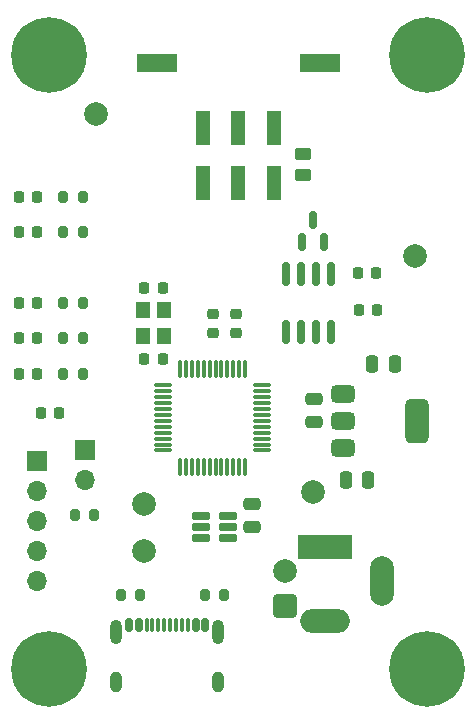
<source format=gbr>
%TF.GenerationSoftware,KiCad,Pcbnew,9.0.0*%
%TF.CreationDate,2025-03-02T18:09:01-08:00*%
%TF.ProjectId,CFS-Bus Adapter R1,4346532d-4275-4732-9041-646170746572,rev?*%
%TF.SameCoordinates,Original*%
%TF.FileFunction,Soldermask,Top*%
%TF.FilePolarity,Negative*%
%FSLAX46Y46*%
G04 Gerber Fmt 4.6, Leading zero omitted, Abs format (unit mm)*
G04 Created by KiCad (PCBNEW 9.0.0) date 2025-03-02 18:09:01*
%MOMM*%
%LPD*%
G01*
G04 APERTURE LIST*
G04 Aperture macros list*
%AMRoundRect*
0 Rectangle with rounded corners*
0 $1 Rounding radius*
0 $2 $3 $4 $5 $6 $7 $8 $9 X,Y pos of 4 corners*
0 Add a 4 corners polygon primitive as box body*
4,1,4,$2,$3,$4,$5,$6,$7,$8,$9,$2,$3,0*
0 Add four circle primitives for the rounded corners*
1,1,$1+$1,$2,$3*
1,1,$1+$1,$4,$5*
1,1,$1+$1,$6,$7*
1,1,$1+$1,$8,$9*
0 Add four rect primitives between the rounded corners*
20,1,$1+$1,$2,$3,$4,$5,0*
20,1,$1+$1,$4,$5,$6,$7,0*
20,1,$1+$1,$6,$7,$8,$9,0*
20,1,$1+$1,$8,$9,$2,$3,0*%
G04 Aperture macros list end*
%ADD10RoundRect,0.375000X-0.625000X-0.375000X0.625000X-0.375000X0.625000X0.375000X-0.625000X0.375000X0*%
%ADD11RoundRect,0.500000X-0.500000X-1.400000X0.500000X-1.400000X0.500000X1.400000X-0.500000X1.400000X0*%
%ADD12RoundRect,0.250000X0.475000X-0.250000X0.475000X0.250000X-0.475000X0.250000X-0.475000X-0.250000X0*%
%ADD13C,0.800000*%
%ADD14C,6.400000*%
%ADD15R,1.270000X2.920000*%
%ADD16R,3.430000X1.650000*%
%ADD17R,1.700000X1.700000*%
%ADD18O,1.700000X1.700000*%
%ADD19R,4.600000X2.000000*%
%ADD20O,4.200000X2.000000*%
%ADD21O,2.000000X4.200000*%
%ADD22RoundRect,0.333334X0.666666X0.666666X-0.666666X0.666666X-0.666666X-0.666666X0.666666X-0.666666X0*%
%ADD23C,2.000000*%
%ADD24RoundRect,0.250000X0.450000X-0.262500X0.450000X0.262500X-0.450000X0.262500X-0.450000X-0.262500X0*%
%ADD25O,1.000000X1.800000*%
%ADD26O,1.000000X2.100000*%
%ADD27RoundRect,0.150000X-0.150000X-0.425000X0.150000X-0.425000X0.150000X0.425000X-0.150000X0.425000X0*%
%ADD28RoundRect,0.075000X-0.075000X-0.500000X0.075000X-0.500000X0.075000X0.500000X-0.075000X0.500000X0*%
%ADD29RoundRect,0.200000X-0.200000X-0.275000X0.200000X-0.275000X0.200000X0.275000X-0.200000X0.275000X0*%
%ADD30RoundRect,0.200000X0.200000X0.275000X-0.200000X0.275000X-0.200000X-0.275000X0.200000X-0.275000X0*%
%ADD31RoundRect,0.150000X0.150000X-0.825000X0.150000X0.825000X-0.150000X0.825000X-0.150000X-0.825000X0*%
%ADD32RoundRect,0.250000X-0.250000X-0.475000X0.250000X-0.475000X0.250000X0.475000X-0.250000X0.475000X0*%
%ADD33RoundRect,0.225000X0.225000X0.250000X-0.225000X0.250000X-0.225000X-0.250000X0.225000X-0.250000X0*%
%ADD34R,1.200000X1.400000*%
%ADD35RoundRect,0.225000X0.250000X-0.225000X0.250000X0.225000X-0.250000X0.225000X-0.250000X-0.225000X0*%
%ADD36RoundRect,0.150000X0.150000X-0.587500X0.150000X0.587500X-0.150000X0.587500X-0.150000X-0.587500X0*%
%ADD37RoundRect,0.225000X-0.225000X-0.250000X0.225000X-0.250000X0.225000X0.250000X-0.225000X0.250000X0*%
%ADD38RoundRect,0.218750X0.218750X0.256250X-0.218750X0.256250X-0.218750X-0.256250X0.218750X-0.256250X0*%
%ADD39RoundRect,0.150000X-0.650000X-0.150000X0.650000X-0.150000X0.650000X0.150000X-0.650000X0.150000X0*%
%ADD40RoundRect,0.075000X-0.662500X0.075000X-0.662500X-0.075000X0.662500X-0.075000X0.662500X0.075000X0*%
%ADD41RoundRect,0.075000X-0.075000X0.662500X-0.075000X-0.662500X0.075000X-0.662500X0.075000X0.662500X0*%
G04 APERTURE END LIST*
D10*
%TO.C,U5*%
X28850000Y27300000D03*
X28850000Y25000000D03*
D11*
X35150000Y25000000D03*
D10*
X28850000Y22700000D03*
%TD*%
D12*
%TO.C,C11*%
X26400000Y24950000D03*
X26400000Y26850000D03*
%TD*%
D13*
%TO.C,H1*%
X1600000Y4000000D03*
X2302944Y5697056D03*
X2302944Y2302944D03*
X4000000Y6400000D03*
D14*
X4000000Y4000000D03*
D13*
X4000000Y1600000D03*
X5697056Y5697056D03*
X5697056Y2302944D03*
X6400000Y4000000D03*
%TD*%
%TO.C,H2*%
X33600000Y4000000D03*
X34302944Y5697056D03*
X34302944Y2302944D03*
X36000000Y6400000D03*
D14*
X36000000Y4000000D03*
D13*
X36000000Y1600000D03*
X37697056Y5697056D03*
X37697056Y2302944D03*
X38400000Y4000000D03*
%TD*%
%TO.C,H3*%
X1600000Y56000000D03*
X2302944Y57697056D03*
X2302944Y54302944D03*
X4000000Y58400000D03*
D14*
X4000000Y56000000D03*
D13*
X4000000Y53600000D03*
X5697056Y57697056D03*
X5697056Y54302944D03*
X6400000Y56000000D03*
%TD*%
%TO.C,H4*%
X33600000Y56000000D03*
X34302944Y57697056D03*
X34302944Y54302944D03*
X36000000Y58400000D03*
D14*
X36000000Y56000000D03*
D13*
X36000000Y53600000D03*
X37697056Y57697056D03*
X37697056Y54302944D03*
X38400000Y56000000D03*
%TD*%
D15*
%TO.C,J1*%
X17015000Y49815000D03*
X20015000Y49815000D03*
X23015000Y49815000D03*
X17015000Y45185000D03*
X20015000Y45185000D03*
X23015000Y45185000D03*
D16*
X13130000Y55285000D03*
X26900000Y55285000D03*
%TD*%
D17*
%TO.C,J2*%
X3000000Y21620000D03*
D18*
X3000000Y19080000D03*
X3000000Y16540000D03*
X3000000Y14000000D03*
X3000000Y11460000D03*
%TD*%
D19*
%TO.C,J3*%
X27350000Y14350000D03*
D20*
X27350000Y8050000D03*
D21*
X32150000Y11450000D03*
%TD*%
D22*
%TO.C,J4*%
X24000000Y9320000D03*
D23*
X24000000Y12320000D03*
%TD*%
D17*
%TO.C,P2*%
X7000000Y22540000D03*
D18*
X7000000Y20000000D03*
%TD*%
D24*
%TO.C,R7*%
X25500000Y45787500D03*
X25500000Y47612500D03*
%TD*%
D23*
%TO.C,TP1*%
X26300000Y19000000D03*
%TD*%
%TO.C,TP2*%
X35000000Y39000000D03*
%TD*%
%TO.C,TP3*%
X8000000Y51000000D03*
%TD*%
%TO.C,TP4*%
X12000000Y14000000D03*
%TD*%
%TO.C,TP5*%
X12000000Y18000000D03*
%TD*%
D25*
%TO.C,X1*%
X18320000Y2925000D03*
D26*
X18320000Y7105000D03*
D25*
X9680000Y2925000D03*
D26*
X9680000Y7105000D03*
D27*
X10800000Y7680000D03*
X11600000Y7680000D03*
D28*
X12250000Y7680000D03*
X13250000Y7680000D03*
X14750000Y7680000D03*
X15750000Y7680000D03*
D27*
X16400000Y7680000D03*
X17200000Y7680000D03*
X17200000Y7680000D03*
X16400000Y7680000D03*
D28*
X15250000Y7680000D03*
X14250000Y7680000D03*
X13750000Y7680000D03*
X12750000Y7680000D03*
D27*
X11600000Y7680000D03*
X10800000Y7680000D03*
%TD*%
D29*
%TO.C,R3*%
X18825000Y10300000D03*
X17175000Y10300000D03*
%TD*%
D30*
%TO.C,R4*%
X10075000Y10300000D03*
X11725000Y10300000D03*
%TD*%
D31*
%TO.C,U3*%
X24095000Y37475000D03*
X25365000Y37475000D03*
X26635000Y37475000D03*
X27905000Y37475000D03*
X27905000Y32525000D03*
X26635000Y32525000D03*
X25365000Y32525000D03*
X24095000Y32525000D03*
%TD*%
D32*
%TO.C,C6*%
X31000000Y20000000D03*
X29100000Y20000000D03*
%TD*%
D29*
%TO.C,R8*%
X6825000Y29000000D03*
X5175000Y29000000D03*
%TD*%
D33*
%TO.C,C1*%
X12062500Y36250000D03*
X13612500Y36250000D03*
%TD*%
D34*
%TO.C,Y1*%
X11987500Y32150000D03*
X11987500Y34350000D03*
X13687500Y34350000D03*
X13687500Y32150000D03*
%TD*%
D35*
%TO.C,C4*%
X19837500Y34025000D03*
X19837500Y32475000D03*
%TD*%
D29*
%TO.C,R6*%
X7825000Y17000000D03*
X6175000Y17000000D03*
%TD*%
D36*
%TO.C,D6*%
X26350000Y42000000D03*
X27300000Y40125000D03*
X25400000Y40125000D03*
%TD*%
D37*
%TO.C,C9*%
X31775000Y34400000D03*
X30225000Y34400000D03*
%TD*%
D38*
%TO.C,D4*%
X1425000Y29000000D03*
X3000000Y29000000D03*
%TD*%
D35*
%TO.C,C5*%
X17837500Y34025000D03*
X17837500Y32475000D03*
%TD*%
D29*
%TO.C,R9*%
X6825000Y32000000D03*
X5175000Y32000000D03*
%TD*%
D33*
%TO.C,C3*%
X3325000Y25700000D03*
X4875000Y25700000D03*
%TD*%
D12*
%TO.C,C10*%
X21200000Y17950000D03*
X21200000Y16050000D03*
%TD*%
D39*
%TO.C,U4*%
X19150000Y16950000D03*
X19150000Y16000000D03*
X19150000Y15050000D03*
X16850000Y15050000D03*
X16850000Y16000000D03*
X16850000Y16950000D03*
%TD*%
D32*
%TO.C,C7*%
X33250000Y29800000D03*
X31350000Y29800000D03*
%TD*%
D38*
%TO.C,D1*%
X1425000Y41000000D03*
X3000000Y41000000D03*
%TD*%
D40*
%TO.C,U1*%
X22000000Y28000000D03*
X22000000Y27500000D03*
X22000000Y27000000D03*
X22000000Y26500000D03*
X22000000Y26000000D03*
X22000000Y25500000D03*
X22000000Y25000000D03*
X22000000Y24500000D03*
X22000000Y24000000D03*
X22000000Y23500000D03*
X22000000Y23000000D03*
X22000000Y22500000D03*
D41*
X20587500Y21087500D03*
X20087500Y21087500D03*
X19587500Y21087500D03*
X19087500Y21087500D03*
X18587500Y21087500D03*
X18087500Y21087500D03*
X17587500Y21087500D03*
X17087500Y21087500D03*
X16587500Y21087500D03*
X16087500Y21087500D03*
X15587500Y21087500D03*
X15087500Y21087500D03*
D40*
X13675000Y22500000D03*
X13675000Y23000000D03*
X13675000Y23500000D03*
X13675000Y24000000D03*
X13675000Y24500000D03*
X13675000Y25000000D03*
X13675000Y25500000D03*
X13675000Y26000000D03*
X13675000Y26500000D03*
X13675000Y27000000D03*
X13675000Y27500000D03*
X13675000Y28000000D03*
D41*
X15087500Y29412500D03*
X15587500Y29412500D03*
X16087500Y29412500D03*
X16587500Y29412500D03*
X17087500Y29412500D03*
X17587500Y29412500D03*
X18087500Y29412500D03*
X18587500Y29412500D03*
X19087500Y29412500D03*
X19587500Y29412500D03*
X20087500Y29412500D03*
X20587500Y29412500D03*
%TD*%
D38*
%TO.C,D3*%
X1425000Y35000000D03*
X3000000Y35000000D03*
%TD*%
D29*
%TO.C,R2*%
X6825000Y44000000D03*
X5175000Y44000000D03*
%TD*%
D38*
%TO.C,D2*%
X1425000Y44000000D03*
X3000000Y44000000D03*
%TD*%
%TO.C,D5*%
X1425000Y32000000D03*
X3000000Y32000000D03*
%TD*%
D29*
%TO.C,R1*%
X6825000Y41000000D03*
X5175000Y41000000D03*
%TD*%
%TO.C,R5*%
X6825000Y35000000D03*
X5175000Y35000000D03*
%TD*%
D37*
%TO.C,C8*%
X31675000Y37500000D03*
X30125000Y37500000D03*
%TD*%
%TO.C,C2*%
X13612500Y30250000D03*
X12062500Y30250000D03*
%TD*%
M02*

</source>
